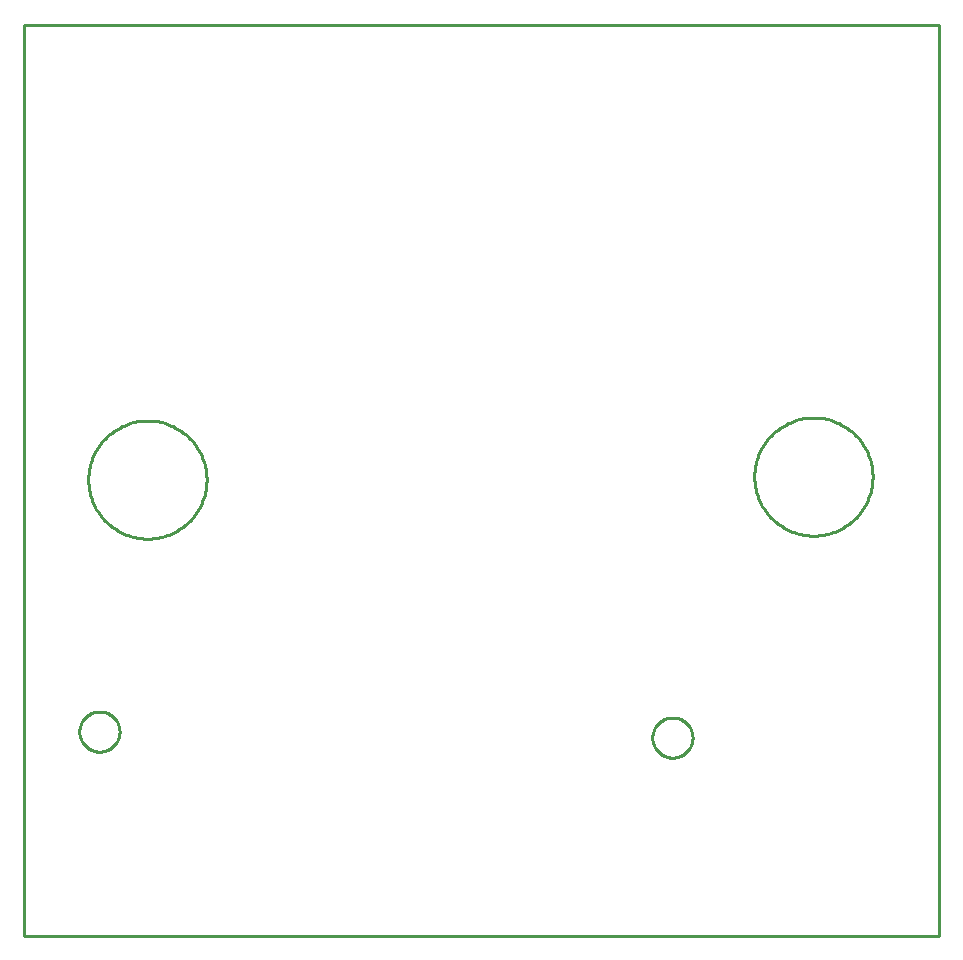
<source format=gbr>
G04 EAGLE Gerber RS-274X export*
G75*
%MOMM*%
%FSLAX34Y34*%
%LPD*%
%IN*%
%IPPOS*%
%AMOC8*
5,1,8,0,0,1.08239X$1,22.5*%
G01*
%ADD10C,0.254000*%


D10*
X0Y0D02*
X774500Y0D01*
X774500Y771400D01*
X0Y771400D01*
X0Y0D01*
X154140Y385098D02*
X154140Y387062D01*
X154063Y389024D01*
X153909Y390982D01*
X153678Y392932D01*
X153371Y394872D01*
X152988Y396798D01*
X152529Y398707D01*
X151996Y400597D01*
X151389Y402465D01*
X150710Y404307D01*
X149958Y406121D01*
X149136Y407905D01*
X148245Y409654D01*
X147285Y411368D01*
X146259Y413042D01*
X145168Y414675D01*
X144014Y416264D01*
X142798Y417806D01*
X141523Y419299D01*
X140190Y420741D01*
X138801Y422130D01*
X137359Y423463D01*
X135866Y424738D01*
X134324Y425954D01*
X132735Y427108D01*
X131102Y428199D01*
X129428Y429225D01*
X127714Y430185D01*
X125965Y431076D01*
X124181Y431898D01*
X122367Y432650D01*
X120525Y433329D01*
X118657Y433936D01*
X116767Y434469D01*
X114858Y434928D01*
X112932Y435311D01*
X110992Y435618D01*
X109042Y435849D01*
X107084Y436003D01*
X105122Y436080D01*
X103158Y436080D01*
X101196Y436003D01*
X99238Y435849D01*
X97288Y435618D01*
X95349Y435311D01*
X93422Y434928D01*
X91513Y434469D01*
X89623Y433936D01*
X87755Y433329D01*
X85913Y432650D01*
X84099Y431898D01*
X82315Y431076D01*
X80566Y430185D01*
X78852Y429225D01*
X77178Y428199D01*
X75545Y427108D01*
X73956Y425954D01*
X72414Y424738D01*
X70921Y423463D01*
X69479Y422130D01*
X68090Y420741D01*
X66757Y419299D01*
X65482Y417806D01*
X64266Y416264D01*
X63112Y414675D01*
X62021Y413042D01*
X60995Y411368D01*
X60035Y409654D01*
X59144Y407905D01*
X58322Y406121D01*
X57570Y404307D01*
X56891Y402465D01*
X56284Y400597D01*
X55751Y398707D01*
X55292Y396798D01*
X54909Y394872D01*
X54602Y392932D01*
X54371Y390982D01*
X54217Y389024D01*
X54140Y387062D01*
X54140Y385098D01*
X54217Y383136D01*
X54371Y381178D01*
X54602Y379228D01*
X54909Y377289D01*
X55292Y375362D01*
X55751Y373453D01*
X56284Y371563D01*
X56891Y369695D01*
X57570Y367853D01*
X58322Y366039D01*
X59144Y364255D01*
X60035Y362506D01*
X60995Y360792D01*
X62021Y359118D01*
X63112Y357485D01*
X64266Y355896D01*
X65482Y354354D01*
X66757Y352861D01*
X68090Y351419D01*
X69479Y350030D01*
X70921Y348697D01*
X72414Y347422D01*
X73956Y346206D01*
X75545Y345052D01*
X77178Y343961D01*
X78852Y342935D01*
X80566Y341975D01*
X82315Y341084D01*
X84099Y340262D01*
X85913Y339510D01*
X87755Y338831D01*
X89623Y338224D01*
X91513Y337691D01*
X93422Y337232D01*
X95349Y336849D01*
X97288Y336542D01*
X99238Y336311D01*
X101196Y336157D01*
X103158Y336080D01*
X105122Y336080D01*
X107084Y336157D01*
X109042Y336311D01*
X110992Y336542D01*
X112932Y336849D01*
X114858Y337232D01*
X116767Y337691D01*
X118657Y338224D01*
X120525Y338831D01*
X122367Y339510D01*
X124181Y340262D01*
X125965Y341084D01*
X127714Y341975D01*
X129428Y342935D01*
X131102Y343961D01*
X132735Y345052D01*
X134324Y346206D01*
X135866Y347422D01*
X137359Y348697D01*
X138801Y350030D01*
X140190Y351419D01*
X141523Y352861D01*
X142798Y354354D01*
X144014Y355896D01*
X145168Y357485D01*
X146259Y359118D01*
X147285Y360792D01*
X148245Y362506D01*
X149136Y364255D01*
X149958Y366039D01*
X150710Y367853D01*
X151389Y369695D01*
X151996Y371563D01*
X152529Y373453D01*
X152988Y375362D01*
X153371Y377289D01*
X153678Y379228D01*
X153909Y381178D01*
X154063Y383136D01*
X154140Y385098D01*
X718020Y387638D02*
X718020Y389602D01*
X717943Y391564D01*
X717789Y393522D01*
X717558Y395472D01*
X717251Y397412D01*
X716868Y399338D01*
X716409Y401247D01*
X715876Y403137D01*
X715269Y405005D01*
X714590Y406847D01*
X713838Y408661D01*
X713016Y410445D01*
X712125Y412194D01*
X711165Y413908D01*
X710139Y415582D01*
X709048Y417215D01*
X707894Y418804D01*
X706678Y420346D01*
X705403Y421839D01*
X704070Y423281D01*
X702681Y424670D01*
X701239Y426003D01*
X699746Y427278D01*
X698204Y428494D01*
X696615Y429648D01*
X694982Y430739D01*
X693308Y431765D01*
X691594Y432725D01*
X689845Y433616D01*
X688061Y434438D01*
X686247Y435190D01*
X684405Y435869D01*
X682537Y436476D01*
X680647Y437009D01*
X678738Y437468D01*
X676812Y437851D01*
X674872Y438158D01*
X672922Y438389D01*
X670964Y438543D01*
X669002Y438620D01*
X667038Y438620D01*
X665076Y438543D01*
X663118Y438389D01*
X661168Y438158D01*
X659229Y437851D01*
X657302Y437468D01*
X655393Y437009D01*
X653503Y436476D01*
X651635Y435869D01*
X649793Y435190D01*
X647979Y434438D01*
X646195Y433616D01*
X644446Y432725D01*
X642732Y431765D01*
X641058Y430739D01*
X639425Y429648D01*
X637836Y428494D01*
X636294Y427278D01*
X634801Y426003D01*
X633359Y424670D01*
X631970Y423281D01*
X630637Y421839D01*
X629362Y420346D01*
X628146Y418804D01*
X626992Y417215D01*
X625901Y415582D01*
X624875Y413908D01*
X623915Y412194D01*
X623024Y410445D01*
X622202Y408661D01*
X621450Y406847D01*
X620771Y405005D01*
X620164Y403137D01*
X619631Y401247D01*
X619172Y399338D01*
X618789Y397412D01*
X618482Y395472D01*
X618251Y393522D01*
X618097Y391564D01*
X618020Y389602D01*
X618020Y387638D01*
X618097Y385676D01*
X618251Y383718D01*
X618482Y381768D01*
X618789Y379829D01*
X619172Y377902D01*
X619631Y375993D01*
X620164Y374103D01*
X620771Y372235D01*
X621450Y370393D01*
X622202Y368579D01*
X623024Y366795D01*
X623915Y365046D01*
X624875Y363332D01*
X625901Y361658D01*
X626992Y360025D01*
X628146Y358436D01*
X629362Y356894D01*
X630637Y355401D01*
X631970Y353959D01*
X633359Y352570D01*
X634801Y351237D01*
X636294Y349962D01*
X637836Y348746D01*
X639425Y347592D01*
X641058Y346501D01*
X642732Y345475D01*
X644446Y344515D01*
X646195Y343624D01*
X647979Y342802D01*
X649793Y342050D01*
X651635Y341371D01*
X653503Y340764D01*
X655393Y340231D01*
X657302Y339772D01*
X659229Y339389D01*
X661168Y339082D01*
X663118Y338851D01*
X665076Y338697D01*
X667038Y338620D01*
X669002Y338620D01*
X670964Y338697D01*
X672922Y338851D01*
X674872Y339082D01*
X676812Y339389D01*
X678738Y339772D01*
X680647Y340231D01*
X682537Y340764D01*
X684405Y341371D01*
X686247Y342050D01*
X688061Y342802D01*
X689845Y343624D01*
X691594Y344515D01*
X693308Y345475D01*
X694982Y346501D01*
X696615Y347592D01*
X698204Y348746D01*
X699746Y349962D01*
X701239Y351237D01*
X702681Y352570D01*
X704070Y353959D01*
X705403Y355401D01*
X706678Y356894D01*
X707894Y358436D01*
X709048Y360025D01*
X710139Y361658D01*
X711165Y363332D01*
X712125Y365046D01*
X713016Y366795D01*
X713838Y368579D01*
X714590Y370393D01*
X715269Y372235D01*
X715876Y374103D01*
X716409Y375993D01*
X716868Y377902D01*
X717251Y379829D01*
X717558Y381768D01*
X717789Y383718D01*
X717943Y385676D01*
X718020Y387638D01*
X80500Y172163D02*
X80500Y173277D01*
X80427Y174387D01*
X80282Y175491D01*
X80065Y176582D01*
X79777Y177657D01*
X79419Y178711D01*
X78993Y179740D01*
X78501Y180738D01*
X77944Y181702D01*
X77326Y182627D01*
X76648Y183510D01*
X75914Y184347D01*
X75127Y185134D01*
X74290Y185868D01*
X73407Y186546D01*
X72482Y187164D01*
X71518Y187721D01*
X70520Y188213D01*
X69491Y188639D01*
X68437Y188997D01*
X67362Y189285D01*
X66271Y189502D01*
X65167Y189647D01*
X64057Y189720D01*
X62943Y189720D01*
X61833Y189647D01*
X60729Y189502D01*
X59638Y189285D01*
X58563Y188997D01*
X57509Y188639D01*
X56480Y188213D01*
X55482Y187721D01*
X54518Y187164D01*
X53593Y186546D01*
X52710Y185868D01*
X51873Y185134D01*
X51086Y184347D01*
X50352Y183510D01*
X49674Y182627D01*
X49056Y181702D01*
X48499Y180738D01*
X48007Y179740D01*
X47581Y178711D01*
X47223Y177657D01*
X46935Y176582D01*
X46718Y175491D01*
X46573Y174387D01*
X46500Y173277D01*
X46500Y172163D01*
X46573Y171053D01*
X46718Y169949D01*
X46935Y168858D01*
X47223Y167783D01*
X47581Y166729D01*
X48007Y165700D01*
X48499Y164702D01*
X49056Y163738D01*
X49674Y162813D01*
X50352Y161930D01*
X51086Y161093D01*
X51873Y160306D01*
X52710Y159572D01*
X53593Y158894D01*
X54518Y158276D01*
X55482Y157719D01*
X56480Y157227D01*
X57509Y156801D01*
X58563Y156443D01*
X59638Y156155D01*
X60729Y155938D01*
X61833Y155793D01*
X62943Y155720D01*
X64057Y155720D01*
X65167Y155793D01*
X66271Y155938D01*
X67362Y156155D01*
X68437Y156443D01*
X69491Y156801D01*
X70520Y157227D01*
X71518Y157719D01*
X72482Y158276D01*
X73407Y158894D01*
X74290Y159572D01*
X75127Y160306D01*
X75914Y161093D01*
X76648Y161930D01*
X77326Y162813D01*
X77944Y163738D01*
X78501Y164702D01*
X78993Y165700D01*
X79419Y166729D01*
X79777Y167783D01*
X80065Y168858D01*
X80282Y169949D01*
X80427Y171053D01*
X80500Y172163D01*
X565640Y167083D02*
X565640Y168197D01*
X565567Y169307D01*
X565422Y170411D01*
X565205Y171502D01*
X564917Y172577D01*
X564559Y173631D01*
X564133Y174660D01*
X563641Y175658D01*
X563084Y176622D01*
X562466Y177547D01*
X561788Y178430D01*
X561054Y179267D01*
X560267Y180054D01*
X559430Y180788D01*
X558547Y181466D01*
X557622Y182084D01*
X556658Y182641D01*
X555660Y183133D01*
X554631Y183559D01*
X553577Y183917D01*
X552502Y184205D01*
X551411Y184422D01*
X550307Y184567D01*
X549197Y184640D01*
X548083Y184640D01*
X546973Y184567D01*
X545869Y184422D01*
X544778Y184205D01*
X543703Y183917D01*
X542649Y183559D01*
X541620Y183133D01*
X540622Y182641D01*
X539658Y182084D01*
X538733Y181466D01*
X537850Y180788D01*
X537013Y180054D01*
X536226Y179267D01*
X535492Y178430D01*
X534814Y177547D01*
X534196Y176622D01*
X533639Y175658D01*
X533147Y174660D01*
X532721Y173631D01*
X532363Y172577D01*
X532075Y171502D01*
X531858Y170411D01*
X531713Y169307D01*
X531640Y168197D01*
X531640Y167083D01*
X531713Y165973D01*
X531858Y164869D01*
X532075Y163778D01*
X532363Y162703D01*
X532721Y161649D01*
X533147Y160620D01*
X533639Y159622D01*
X534196Y158658D01*
X534814Y157733D01*
X535492Y156850D01*
X536226Y156013D01*
X537013Y155226D01*
X537850Y154492D01*
X538733Y153814D01*
X539658Y153196D01*
X540622Y152639D01*
X541620Y152147D01*
X542649Y151721D01*
X543703Y151363D01*
X544778Y151075D01*
X545869Y150858D01*
X546973Y150713D01*
X548083Y150640D01*
X549197Y150640D01*
X550307Y150713D01*
X551411Y150858D01*
X552502Y151075D01*
X553577Y151363D01*
X554631Y151721D01*
X555660Y152147D01*
X556658Y152639D01*
X557622Y153196D01*
X558547Y153814D01*
X559430Y154492D01*
X560267Y155226D01*
X561054Y156013D01*
X561788Y156850D01*
X562466Y157733D01*
X563084Y158658D01*
X563641Y159622D01*
X564133Y160620D01*
X564559Y161649D01*
X564917Y162703D01*
X565205Y163778D01*
X565422Y164869D01*
X565567Y165973D01*
X565640Y167083D01*
M02*

</source>
